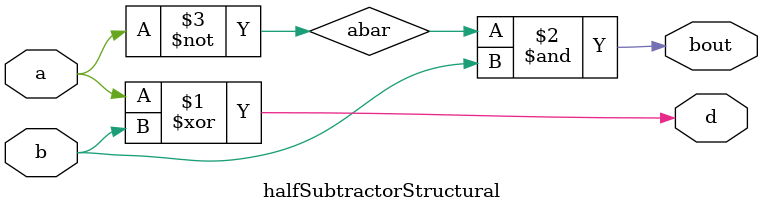
<source format=v>
module halfSubtractorStructural(d,bout,a,b);
  input a,b;
  output d,bout;
  wire abar;
  xor x1(d,a,b);
  not n1(abar,a);
  and a1(bout,abar,b);
endmodule
</source>
